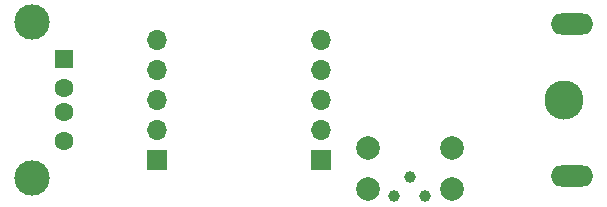
<source format=gbr>
%TF.GenerationSoftware,KiCad,Pcbnew,8.0.2*%
%TF.CreationDate,2024-05-05T20:52:19-05:00*%
%TF.ProjectId,ch554_USB_Host_Test,63683535-345f-4555-9342-5f486f73745f,rev?*%
%TF.SameCoordinates,Original*%
%TF.FileFunction,Soldermask,Bot*%
%TF.FilePolarity,Negative*%
%FSLAX46Y46*%
G04 Gerber Fmt 4.6, Leading zero omitted, Abs format (unit mm)*
G04 Created by KiCad (PCBNEW 8.0.2) date 2024-05-05 20:52:19*
%MOMM*%
%LPD*%
G01*
G04 APERTURE LIST*
%ADD10C,0.001000*%
%ADD11C,2.000000*%
%ADD12R,1.700000X1.700000*%
%ADD13O,1.700000X1.700000*%
%ADD14R,1.500000X1.600000*%
%ADD15C,1.600000*%
%ADD16C,3.000000*%
%ADD17C,3.316000*%
%ADD18O,3.600000X1.800000*%
%ADD19C,1.000000*%
G04 APERTURE END LIST*
D10*
%TO.C,J4*%
X125640000Y-58565000D03*
X129640000Y-58565000D03*
D11*
X124065000Y-60695000D03*
X131215000Y-60695000D03*
X131215000Y-57245000D03*
X124065000Y-57245000D03*
%TD*%
D12*
%TO.C,J3*%
X106250000Y-58270000D03*
D13*
X106250000Y-55730000D03*
X106250000Y-53190000D03*
X106250000Y-50650000D03*
X106250000Y-48110000D03*
%TD*%
D14*
%TO.C,J5*%
X98385000Y-49695000D03*
D15*
X98385000Y-52195000D03*
X98385000Y-54195000D03*
X98385000Y-56695000D03*
D16*
X95675000Y-46625000D03*
X95675000Y-59765000D03*
%TD*%
D12*
%TO.C,J2*%
X120100000Y-58270000D03*
D13*
X120100000Y-55730000D03*
X120100000Y-53190000D03*
X120100000Y-50650000D03*
X120100000Y-48110000D03*
%TD*%
D17*
%TO.C,J6*%
X140660000Y-53195000D03*
D18*
X141360000Y-46795000D03*
X141360000Y-59595000D03*
%TD*%
D19*
%TO.C,TP4*%
X127640000Y-59730000D03*
%TD*%
%TO.C,TP3*%
X126340000Y-61330000D03*
%TD*%
%TO.C,TP5*%
X128940000Y-61330000D03*
%TD*%
M02*

</source>
